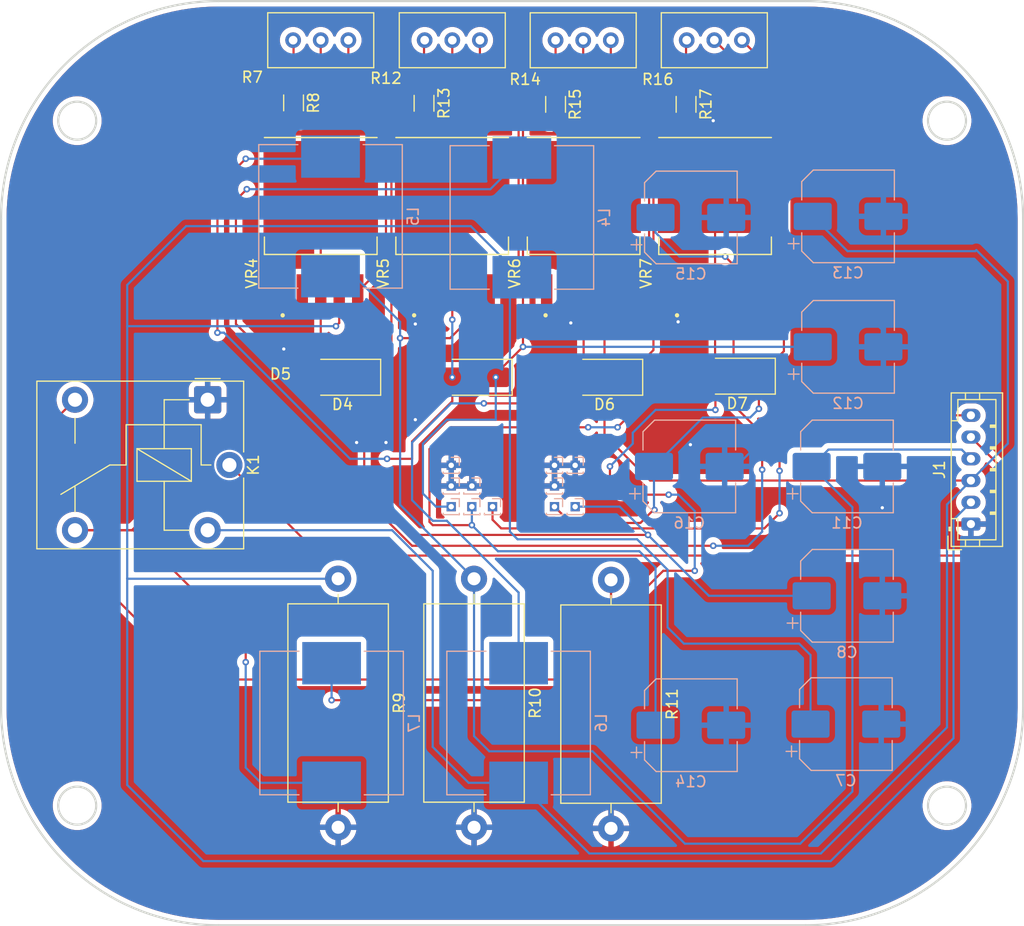
<source format=kicad_pcb>
(kicad_pcb (version 20241229) (generator "pcbnew") (generator_version "9.0")
  (layers (0 "F.Cu" signal) (2 "B.Cu" signal) (13 "F.Paste" user) (15 "B.Paste" user) (5 "F.SilkS" user "F.Silkscreen") (7 "B.SilkS" user "B.Silkscreen") (1 "F.Mask" user) (3 "B.Mask" user) (25 "Edge.Cuts" user))
  (net 0 "")
  (net 1 "GND")
  (net 2 "Net-(D4-A)")
  (net 3 "Net-(D5-A)")
  (net 4 "Net-(D6-A)")
  (net 5 "Net-(D7-A)")
  (net 6 "Net-(J1-Pin_5)")
  (net 7 "Net-(R7-b)")
  (net 8 "Net-(R7-c)")
  (net 9 "Net-(R12-c)")
  (net 10 "Net-(R12-b)")
  (net 11 "Net-(R14-c)")
  (net 12 "Net-(R14-b)")
  (net 13 "Net-(R16-b)")
  (net 14 "Net-(R16-c)")
  (net 19 "VCC_Anabaglianti")
  (net 20 "Vcc_Abaglianti")
  (net 21 "VCC_Freccia")
  (net 22 "VCC_Posizione")
  (net 23 "Vout_3")
  (net 24 "Vout_1")
  (net 25 "Vout_2")
  (net 26 "Vout_4")
  (net 27 "Vcc_Alzafari")
  (net 28 "Net-(K1-Pad14)")
  (footprint "Potentiometer_THT:Potentiometer_Bourns_3296W_Vertical" (layer "F.Cu") (at 174.14 50.995)
    (property "Reference" "R7" (at -8.84 3.405 0) (layer "F.SilkS"))
    (property "Value" "10K")
    (pad "1" thru_hole circle (at 0 0) (size 1.44 1.44) (drill 0.8) (layers "*.Cu" "*.Mask") (net 23 "Vout_3"))
    (pad "2" thru_hole circle (at -2.54 0) (size 1.44 1.44) (drill 0.8) (layers "*.Cu" "*.Mask") (net 7 "Net-(R7-b)"))
    (pad "3" thru_hole circle (at -5.08 0) (size 1.44 1.44) (drill 0.8) (layers "*.Cu" "*.Mask") (net 8 "Net-(R7-c)"))
  )
  (footprint "XL6009:DPAK170P1435X465-6N" (layer "F.Cu") (at 207.87 68 90)
    (property "Reference" "VR7" (at -4.445 -6.35 90) (layer "F.SilkS"))
    (property "Value" "XL6009")
    (pad "1" smd rect (at -6.13 -3.4 90) (size 3.21 1.05) (layers "F.Cu" "F.Mask" "F.Paste") (net 1 "GND"))
    (pad "2" smd rect (at -6.13 -1.7 90) (size 3.21 1.05) (layers "F.Cu" "F.Mask" "F.Paste"))
    (pad "3" smd rect (at -6.13 0 90) (size 3.21 1.05) (layers "F.Cu" "F.Mask" "F.Paste") (net 5 "Net-(D7-A)"))
    (pad "4" smd rect (at -6.13 1.7 90) (size 3.21 1.05) (layers "F.Cu" "F.Mask" "F.Paste") (net 22 "VCC_Posizione"))
    (pad "5" smd rect (at -6.13 3.4 90) (size 3.21 1.05) (layers "F.Cu" "F.Mask" "F.Paste") (net 13 "Net-(R16-b)"))
    (pad "6" smd rect (at 3.5 0 90) (size 8.46 10.53) (layers "F.Cu" "F.Mask") (net 5 "Net-(D7-A)"))
  )
  (footprint "Diode_SMD:D_SMA" (layer "F.Cu") (at 209.9 81.9 180)
    (property "Reference" "D7" (at 0 -2.5 0) (layer "F.SilkS"))
    (property "Value" "SS14")
    (pad "1" smd roundrect (at -2 0 180) (size 2.5 1.8) (layers "F.Cu" "F.Mask" "F.Paste") (roundrect_rratio 0.1388888889) (net 26 "Vout_4"))
    (pad "2" smd roundrect (at 2 0 180) (size 2.5 1.8) (layers "F.Cu" "F.Mask" "F.Paste") (roundrect_rratio 0.1388888889) (net 5 "Net-(D7-A)"))
  )
  (footprint "Resistor_SMD:R_1206_3216Metric" (layer "F.Cu") (at 169.1 56.7625 -90)
    (property "Reference" "R8" (at 0 -1.83 90) (layer "F.SilkS"))
    (property "Value" "330ohm")
    (pad "1" smd roundrect (at -1.4625 0 270) (size 1.125 1.75) (layers "F.Cu" "F.Mask" "F.Paste") (roundrect_rratio 0.222222) (net 8 "Net-(R7-c)"))
    (pad "2" smd roundrect (at 1.4625 0 270) (size 1.125 1.75) (layers "F.Cu" "F.Mask" "F.Paste") (roundrect_rratio 0.222222) (net 1 "GND"))
  )
  (footprint "Diode_SMD:D_SMA" (layer "F.Cu") (at 173.6 82 180)
    (property "Reference" "D4" (at 0 -2.5 0) (layer "F.SilkS"))
    (property "Value" "SS14")
    (pad "1" smd roundrect (at -2 0 180) (size 2.5 1.8) (layers "F.Cu" "F.Mask" "F.Paste") (roundrect_rratio 0.1388888889) (net 23 "Vout_3"))
    (pad "2" smd roundrect (at 2 0 180) (size 2.5 1.8) (layers "F.Cu" "F.Mask" "F.Paste") (roundrect_rratio 0.1388888889) (net 2 "Net-(D4-A)"))
  )
  (footprint "Relay_THT:Relay_SPDT_Finder_36.11" (layer "F.Cu") (at 161.2 84.0675 -90)
    (property "Reference" "K1" (at 6 -4.2 90) (layer "F.SilkS"))
    (property "Value" "Relay_SPDT")
    (pad "11" thru_hole circle (at 6 -2 270) (size 2.4 2.4) (drill 1.3) (layers "*.Cu" "*.Mask") (net 6 "Net-(J1-Pin_5)") (clearance 0.2))
    (pad "12" thru_hole circle (at 12 12.2 270) (size 2.4 2.4) (drill 1.3) (layers "*.Cu" "*.Mask") (net 22 "VCC_Posizione"))
    (pad "14" thru_hole circle (at 0 12.2 270) (size 2.4 2.4) (drill 1.3) (layers "*.Cu" "*.Mask") (net 28 "Net-(K1-Pad14)"))
    (pad "A1" thru_hole roundrect (at 0 0 270) (size 2.5 2.5) (drill 1.3) (layers "*.Cu" "*.Mask") (roundrect_rratio 0.1) (net 1 "GND"))
    (pad "A2" thru_hole circle (at 12 0 270) (size 2.4 2.4) (drill 1.3) (layers "*.Cu" "*.Mask") (net 21 "VCC_Freccia"))
  )
  (footprint "XL6009:DPAK170P1435X465-6N" (layer "F.Cu") (at 171.6 68 90)
    (property "Reference" "VR4" (at -4.445 -6.35 90) (layer "F.SilkS"))
    (property "Value" "XL6009")
    (pad "1" smd rect (at -6.13 -3.4 90) (size 3.21 1.05) (layers "F.Cu" "F.Mask" "F.Paste") (net 1 "GND"))
    (pad "2" smd rect (at -6.13 -1.7 90) (size 3.21 1.05) (layers "F.Cu" "F.Mask" "F.Paste"))
    (pad "3" smd rect (at -6.13 0 90) (size 3.21 1.05) (layers "F.Cu" "F.Mask" "F.Paste") (net 2 "Net-(D4-A)"))
    (pad "4" smd rect (at -6.13 1.7 90) (size 3.21 1.05) (layers "F.Cu" "F.Mask" "F.Paste") (net 19 "VCC_Anabaglianti"))
    (pad "5" smd rect (at -6.13 3.4 90) (size 3.21 1.05) (layers "F.Cu" "F.Mask" "F.Paste") (net 7 "Net-(R7-b)"))
    (pad "6" smd rect (at 3.5 0 90) (size 8.46 10.53) (layers "F.Cu" "F.Mask") (net 2 "Net-(D4-A)"))
  )
  (footprint "Potentiometer_THT:Potentiometer_Bourns_3296W_Vertical" (layer "F.Cu") (at 210.34 50.995)
    (property "Reference" "R16" (at -7.74 3.605 0) (layer "F.SilkS"))
    (property "Value" "10K")
    (pad "1" thru_hole circle (at 0 0) (size 1.44 1.44) (drill 0.8) (layers "*.Cu" "*.Mask") (net 26 "Vout_4"))
    (pad "2" thru_hole circle (at -2.54 0) (size 1.44 1.44) (drill 0.8) (layers "*.Cu" "*.Mask") (net 13 "Net-(R16-b)"))
    (pad "3" thru_hole circle (at -5.08 0) (size 1.44 1.44) (drill 0.8) (layers "*.Cu" "*.Mask") (net 14 "Net-(R16-c)"))
  )
  (footprint "Connector_JST:JST_PH_B6B-PH-K_1x06_P2.00mm_Vertical" (layer "F.Cu") (at 231.4 95.5 90)
    (property "Reference" "J1" (at 5 -2.9 90) (layer "F.SilkS"))
    (property "Value" "Conn_01x06_Pin")
    (pad "1" thru_hole roundrect (at 0 0 90) (size 1.2 1.75) (drill 0.75) (layers "*.Cu" "*.Mask") (roundrect_rratio 0.208333) (net 1 "GND"))
    (pad "2" thru_hole oval (at 2 0 90) (size 1.2 1.75) (drill 0.75) (layers "*.Cu" "*.Mask") (net 19 "VCC_Anabaglianti"))
    (pad "3" thru_hole oval (at 4 0 90) (size 1.2 1.75) (drill 0.75) (layers "*.Cu" "*.Mask") (net 21 "VCC_Freccia"))
    (pad "4" thru_hole oval (at 6 0 90) (size 1.2 1.75) (drill 0.75) (layers "*.Cu" "*.Mask") (net 20 "Vcc_Abaglianti"))
    (pad "5" thru_hole oval (at 8 0 90) (size 1.2 1.75) (drill 0.75) (layers "*.Cu" "*.Mask") (net 6 "Net-(J1-Pin_5)"))
    (pad "6" thru_hole oval (at 10 0 90) (size 1.2 1.75) (drill 0.75) (layers "*.Cu" "*.Mask") (net 27 "Vcc_Alzafari"))
  )
  (footprint "Resistor_THT:R_Axial_DIN0918_L18.0mm_D9.0mm_P22.86mm_Horizontal" (layer "F.Cu") (at 198.3 100.63 -90)
    (property "Reference" "R11" (at 11.43 -5.62 270) (layer "F.SilkS"))
    (property "Value" "39Ω")
    (pad "1" thru_hole circle (at 0 0 270) (size 2.4 2.4) (drill 1.2) (layers "*.Cu" "*.Mask") (net 28 "Net-(K1-Pad14)"))
    (pad "2" thru_hole oval (at 22.86 0 270) (size 2.4 2.4) (drill 1.2) (layers "*.Cu" "*.Mask") (net 1 "GND"))
  )
  (footprint "Resistor_SMD:R_1206_3216Metric" (layer "F.Cu") (at 193.2 56.9 -90)
    (property "Reference" "R15" (at 0 -1.8 90) (layer "F.SilkS"))
    (property "Value" "330ohm")
    (pad "1" smd roundrect (at -1.4625 0 270) (size 1.125 1.75) (layers "F.Cu" "F.Mask" "F.Paste") (roundrect_rratio 0.222222) (net 11 "Net-(R14-c)"))
    (pad "2" smd roundrect (at 1.4625 0 270) (size 1.125 1.75) (layers "F.Cu" "F.Mask" "F.Paste") (roundrect_rratio 0.222222) (net 1 "GND"))
  )
  (footprint "Potentiometer_THT:Potentiometer_Bourns_3296W_Vertical" (layer "F.Cu") (at 186.24 50.995)
    (property "Reference" "R12" (at -8.64 3.505 0) (layer "F.SilkS"))
    (property "Value" "10K")
    (pad "1" thru_hole circle (at 0 0) (size 1.44 1.44) (drill 0.8) (layers "*.Cu" "*.Mask") (net 24 "Vout_1"))
    (pad "2" thru_hole circle (at -2.54 0) (size 1.44 1.44) (drill 0.8) (layers "*.Cu" "*.Mask") (net 10 "Net-(R12-b)"))
    (pad "3" thru_hole circle (at -5.08 0) (size 1.44 1.44) (drill 0.8) (layers "*.Cu" "*.Mask") (net 9 "Net-(R12-c)"))
  )
  (footprint "Diode_SMD:D_SMA" (layer "F.Cu") (at 185.7 82 180)
    (property "Reference" "D5" (at 17.8 0.3 0) (layer "F.SilkS"))
    (property "Value" "SS14")
    (pad "1" smd roundrect (at -2 0 180) (size 2.5 1.8) (layers "F.Cu" "F.Mask" "F.Paste") (roundrect_rratio 0.1388888889) (net 24 "Vout_1"))
    (pad "2" smd roundrect (at 2 0 180) (size 2.5 1.8) (layers "F.Cu" "F.Mask" "F.Paste") (roundrect_rratio 0.1388888889) (net 3 "Net-(D5-A)"))
  )
  (footprint "Resistor_THT:R_Axial_DIN0918_L18.0mm_D9.0mm_P22.86mm_Horizontal" (layer "F.Cu") (at 173.2 100.53 -90)
    (property "Reference" "R9" (at 11.43 -5.62 270) (layer "F.SilkS"))
    (property "Value" "120Ω")
    (pad "1" thru_hole circle (at 0 0 270) (size 2.4 2.4) (drill 1.2) (layers "*.Cu" "*.Mask") (net 19 "VCC_Anabaglianti"))
    (pad "2" thru_hole oval (at 22.86 0 270) (size 2.4 2.4) (drill 1.2) (layers "*.Cu" "*.Mask") (net 1 "GND"))
  )
  (footprint "Diode_SMD:D_SMA" (layer "F.Cu") (at 197.7 82 180)
    (property "Reference" "D6" (at 0 -2.5 0) (layer "F.SilkS"))
    (property "Value" "SS14")
    (pad "1" smd roundrect (at -2 0 180) (size 2.5 1.8) (layers "F.Cu" "F.Mask" "F.Paste") (roundrect_rratio 0.1388888889) (net 25 "Vout_2"))
    (pad "2" smd roundrect (at 2 0 180) (size 2.5 1.8) (layers "F.Cu" "F.Mask" "F.Paste") (roundrect_rratio 0.1388888889) (net 4 "Net-(D6-A)"))
  )
  (footprint "Resistor_SMD:R_1206_3216Metric" (layer "F.Cu") (at 181.1 56.8 -90)
    (property "Reference" "R13" (at 0 -1.83 90) (layer "F.SilkS"))
    (property "Value" "330ohm")
    (pad "1" smd roundrect (at -1.4625 0 270) (size 1.125 1.75) (layers "F.Cu" "F.Mask" "F.Paste") (roundrect_rratio 0.222222) (net 9 "Net-(R12-c)"))
    (pad "2" smd roundrect (at 1.4625 0 270) (size 1.125 1.75) (layers "F.Cu" "F.Mask" "F.Paste") (roundrect_rratio 0.222222) (net 1 "GND"))
  )
  (footprint "Resistor_SMD:R_1206_3216Metric" (layer "F.Cu") (at 205.2 56.9 -90)
    (property "Reference" "R17" (at 0 -1.83 90) (layer "F.SilkS"))
    (property "Value" "330ohm")
    (pad "1" smd roundrect (at -1.4625 0 270) (size 1.125 1.75) (layers "F.Cu" "F.Mask" "F.Paste") (roundrect_rratio 0.222222) (net 14 "Net-(R16-c)"))
    (pad "2" smd roundrect (at 1.4625 0 270) (size 1.125 1.75) (layers "F.Cu" "F.Mask" "F.Paste") (roundrect_rratio 0.222222) (net 1 "GND"))
  )
  (footprint "XL6009:DPAK170P1435X465-6N" (layer "F.Cu") (at 195.78 68 90)
    (property "Reference" "VR6" (at -4.445 -6.35 90) (layer "F.SilkS"))
    (property "Value" "XL6009")
    (pad "1" smd rect (at -6.13 -3.4 90) (size 3.21 1.05) (layers "F.Cu" "F.Mask" "F.Paste") (net 1 "GND"))
    (pad "2" smd rect (at -6.13 -1.7 90) (size 3.21 1.05) (layers "F.Cu" "F.Mask" "F.Paste"))
    (pad "3" smd rect (at -6.13 0 90) (size 3.21 1.05) (layers "F.Cu" "F.Mask" "F.Paste") (net 4 "Net-(D6-A)"))
    (pad "4" smd rect (at -6.13 1.7 90) (size 3.21 1.05) (layers "F.Cu" "F.Mask" "F.Paste") (net 21 "VCC_Freccia"))
    (pad "5" smd rect (at -6.13 3.4 90) (size 3.21 1.05) (layers "F.Cu" "F.Mask" "F.Paste") (net 12 "Net-(R14-b)"))
    (pad "6" smd rect (at 3.5 0 90) (size 8.46 10.53) (layers "F.Cu" "F.Mask") (net 4 "Net-(D6-A)"))
  )
  (footprint "Potentiometer_THT:Potentiometer_Bourns_3296W_Vertical" (layer "F.Cu") (at 198.28 51)
    (property "Reference" "R14" (at -7.88 3.6 0) (layer "F.SilkS"))
    (property "Value" "10K")
    (pad "1" thru_hole circle (at 0 0) (size 1.44 1.44) (drill 0.8) (layers "*.Cu" "*.Mask") (net 25 "Vout_2"))
    (pad "2" thru_hole circle (at -2.54 0) (size 1.44 1.44) (drill 0.8) (layers "*.Cu" "*.Mask") (net 12 "Net-(R14-b)"))
    (pad "3" thru_hole circle (at -5.08 0) (size 1.44 1.44) (drill 0.8) (layers "*.Cu" "*.Mask") (net 11 "Net-(R14-c)"))
  )
  (footprint "Resistor_THT:R_Axial_DIN0918_L18.0mm_D9.0mm_P22.86mm_Horizontal" (layer "F.Cu") (at 185.7 100.53 -90)
    (property "Reference" "R10" (at 11.43 -5.62 270) (layer "F.SilkS"))
    (property "Value" "120Ω")
    (pad "1" thru_hole circle (at 0 0 270) (size 2.4 2.4) (drill 1.2) (layers "*.Cu" "*.Mask") (net 20 "Vcc_Abaglianti"))
    (pad "2" thru_hole oval (at 22.86 0 270) (size 2.4 2.4) (drill 1.2) (layers "*.Cu" "*.Mask") (net 1 "GND"))
  )
  (footprint "XL6009:DPAK170P1435X465-6N" (layer "F.Cu") (at 183.69 68 90)
    (property "Reference" "VR5" (at -4.445 -6.35 90) (layer "F.SilkS"))
    (property "Value" "XL6009")
    (pad "1" smd rect (at -6.13 -3.4 90) (size 3.21 1.05) (layers "F.Cu" "F.Mask" "F.Paste") (net 1 "GND"))
    (pad "2" smd rect (at -6.13 -1.7 90) (size 3.21 1.05) (layers "F.Cu" "F.Mask" "F.Paste"))
    (pad "3" smd rect (at -6.13 0 90) (size 3.21 1.05) (layers "F.Cu" "F.Mask" "F.Paste") (net 3 "Net-(D5-A)"))
    (pad "4" smd rect (at -6.13 1.7 90) (size 3.21 1.05) (layers "F.Cu" "F.Mask" "F.Paste") (net 20 "Vcc_Abaglianti"))
    (pad "5" smd rect (at -6.13 3.4 90) (size 3.21 1.05) (layers "F.Cu" "F.Mask" "F.Paste") (net 10 "Net-(R12-b)"))
    (pad "6" smd rect (at 3.5 0 90) (size 8.46 10.53) (layers "F.Cu" "F.Mask") (net 3 "Net-(D5-A)"))
  )
  (footprint "Mio:PinHeader_1x01_P1.00mm_Vertical_edit" (layer "B.Cu") (at 193.1 93.9 180)
    (property "Reference" "J5" (hide yes))
    (property "Value" "~")
    (pad "1" thru_hole rect (at 0 0 180) (size 0.85 0.85) (drill 0.5) (layers "*.Cu" "*.Mask") (net 26 "Vout_4"))
  )
  (footprint "Capacitor_SMD:CP_Elec_8x10" (layer "B.Cu") (at 205.6425 114)
    (property "Reference" "C14" (at 0 5.2 0) (layer "B.SilkS") (effects (justify mirror)))
    (property "Value" "100uF_50V")
    (pad "1" smd roundrect (at -3.25 0) (size 3.5 2.5) (layers "B.Cu" "B.Mask" "B.Paste") (roundrect_rratio 0.1) (net 25 "Vout_2"))
    (pad "2" smd roundrect (at 3.25 0) (size 3.5 2.5) (layers "B.Cu" "B.Mask" "B.Paste") (roundrect_rratio 0.1) (net 1 "GND"))
  )
  (footprint "Mio:PinHeader_1x01_P1.00mm_Vertical_edit" (layer "B.Cu") (at 183.6 93.9 180)
    (property "Reference" "J2" (hide yes))
    (property "Value" "~")
    (pad "1" thru_hole rect (at 0 0 180) (size 0.85 0.85) (drill 0.5) (layers "*.Cu" "*.Mask") (net 24 "Vout_1"))
  )
  (footprint "Inductor_SMD:L_Neosid_SM-NE127_HandSoldering" (layer "B.Cu") (at 172.6 113.8 90)
    (property "Reference" "L7" (at 0 7.6 90) (layer "B.SilkS") (effects (justify mirror)))
    (property "Value" "33UH")
    (pad "1" smd rect (at -5.5 0 90) (size 3.9 5.4) (layers "B.Cu" "B.Mask" "B.Paste") (net 22 "VCC_Posizione"))
    (pad "2" smd rect (at 5.5 0 90) (size 3.9 5.4) (layers "B.Cu" "B.Mask" "B.Paste") (net 5 "Net-(D7-A)"))
  )
  (footprint "Mio:PinHeader_1x01_P1.00mm_Vertical_edit" (layer "B.Cu") (at 183.6 90.1 180)
    (property "Reference" "J8" (hide yes))
    (property "Value" "~")
    (pad "1" thru_hole rect (at 0 0 180) (size 0.85 0.85) (drill 0.5) (layers "*.Cu" "*.Mask") (net 1 "GND"))
  )
  (footprint "Capacitor_SMD:CP_Elec_8x10" (layer "B.Cu") (at 220 102.1)
    (property "Reference" "C8" (at 0 5.2 0) (layer "B.SilkS") (effects (justify mirror)))
    (property "Value" "100uF_50V")
    (pad "1" smd roundrect (at -3.25 0) (size 3.5 2.5) (layers "B.Cu" "B.Mask" "B.Paste") (roundrect_rratio 0.1) (net 23 "Vout_3"))
    (pad "2" smd roundrect (at 3.25 0) (size 3.5 2.5) (layers "B.Cu" "B.Mask" "B.Paste") (roundrect_rratio 0.1) (net 1 "GND"))
  )
  (footprint "Capacitor_SMD:CP_Elec_8x10" (layer "B.Cu") (at 205.5 90.2)
    (property "Reference" "C16" (at 0 5.2 0) (layer "B.SilkS") (effects (justify mirror)))
    (property "Value" "100uF_50V")
    (pad "1" smd roundrect (at -3.25 0) (size 3.5 2.5) (layers "B.Cu" "B.Mask" "B.Paste") (roundrect_rratio 0.1) (net 26 "Vout_4"))
    (pad "2" smd roundrect (at 3.25 0) (size 3.5 2.5) (layers "B.Cu" "B.Mask" "B.Paste") (roundrect_rratio 0.1) (net 1 "GND"))
  )
  (footprint "Mio:PinHeader_1x01_P1.00mm_Vertical_edit" (layer "B.Cu") (at 185.5 92 180)
    (property "Reference" "J7" (hide yes))
    (property "Value" "~")
    (pad "1" thru_hole rect (at 0 0 180) (size 0.85 0.85) (drill 0.5) (layers "*.Cu" "*.Mask") (net 1 "GND"))
  )
  (footprint "Capacitor_SMD:CP_Elec_8x10" (layer "B.Cu") (at 220 90.2)
    (property "Reference" "C11" (at 0 5.2 0) (layer "B.SilkS") (effects (justify mirror)))
    (property "Value" "220uF_50V")
    (pad "1" smd roundrect (at -3.25 0) (size 3.5 2.5) (layers "B.Cu" "B.Mask" "B.Paste") (roundrect_rratio 0.1) (net 20 "Vcc_Abaglianti"))
    (pad "2" smd roundrect (at 3.25 0) (size 3.5 2.5) (layers "B.Cu" "B.Mask" "B.Paste") (roundrect_rratio 0.1) (net 1 "GND"))
  )
  (footprint "Capacitor_SMD:CP_Elec_8x10" (layer "B.Cu") (at 220.1 79.2)
    (property "Reference" "C12" (at 0 5.2 0) (layer "B.SilkS") (effects (justify mirror)))
    (property "Value" "100uF_50V")
    (pad "1" smd roundrect (at -3.25 0) (size 3.5 2.5) (layers "B.Cu" "B.Mask" "B.Paste") (roundrect_rratio 0.1) (net 24 "Vout_1"))
    (pad "2" smd roundrect (at 3.25 0) (size 3.5 2.5) (layers "B.Cu" "B.Mask" "B.Paste") (roundrect_rratio 0.1) (net 1 "GND"))
  )
  (footprint "Mio:PinHeader_1x01_P1.00mm_Vertical_edit" (layer "B.Cu") (at 195 90.1 180)
    (property "Reference" "J10" (hide yes))
    (property "Value" "~")
    (pad "1" thru_hole rect (at 0 0 180) (size 0.85 0.85) (drill 0.5) (layers "*.Cu" "*.Mask") (net 1 "GND"))
  )
  (footprint "Mio:PinHeader_1x01_P1.00mm_Vertical_edit" (layer "B.Cu") (at 185.5 93.9 180)
    (property "Reference" "J3" (hide yes))
    (property "Value" "~")
    (pad "1" thru_hole rect (at 0 0 180) (size 0.85 0.85) (drill 0.5) (layers "*.Cu" "*.Mask") (net 25 "Vout_2"))
  )
  (footprint "Capacitor_SMD:CP_Elec_8x10" (layer "B.Cu") (at 205.6425 67.3)
    (property "Reference" "C15" (at 0 5.2 0) (layer "B.SilkS") (effects (justify mirror)))
    (property "Value" "220uF_50V")
    (pad "1" smd roundrect (at -3.25 0) (size 3.5 2.5) (layers "B.Cu" "B.Mask" "B.Paste") (roundrect_rratio 0.1) (net 22 "VCC_Posizione"))
    (pad "2" smd roundrect (at 3.25 0) (size 3.5 2.5) (layers "B.Cu" "B.Mask" "B.Paste") (roundrect_rratio 0.1) (net 1 "GND"))
  )
  (footprint "Mio:PinHeader_1x01_P1.00mm_Vertical_edit" (layer "B.Cu") (at 195 93.9 180)
    (property "Reference" "J6" (hide yes))
    (property "Value" "~")
    (pad "1" thru_hole rect (at 0 0 180) (size 0.85 0.85) (drill 0.5) (layers "*.Cu" "*.Mask") (net 23 "Vout_3"))
  )
  (footprint "Mio:PinHeader_1x01_P1.00mm_Vertical_edit" (layer "B.Cu") (at 193.1 92 180)
    (property "Reference" "J12" (hide yes))
    (property "Value" "~")
    (pad "1" thru_hole rect (at 0 0 180) (size 0.85 0.85) (drill 0.5) (layers "*.Cu" "*.Mask") (net 1 "GND"))
  )
  (footprint "Capacitor_SMD:CP_Elec_8x10" (layer "B.Cu") (at 220.1 67.2)
    (property "Reference" "C13" (at 0 5.2 0) (layer "B.SilkS") (effects (justify mirror)))
    (property "Value" "220uF_50V")
    (pad "1" smd roundrect (at -3.25 0) (size 3.5 2.5) (layers "B.Cu" "B.Mask" "B.Paste") (roundrect_rratio 0.1) (net 21 "VCC_Freccia"))
    (pad "2" smd roundrect (at 3.25 0) (size 3.5 2.5) (layers "B.Cu" "B.Mask" "B.Paste") (roundrect_rratio 0.1) (net 1 "GND"))
  )
  (footprint "Inductor_SMD:L_Neosid_SM-NE127_HandSoldering" (layer "B.Cu") (at 189.8 113.8 90)
    (property "Reference" "L6" (at 0 7.6 90) (layer "B.SilkS") (effects (justify mirror)))
    (property "Value" "33UH")
    (pad "1" smd rect (at -5.5 0 90) (size 3.9 5.4) (layers "B.Cu" "B.Mask" "B.Paste") (net 21 "VCC_Freccia"))
    (pad "2" smd rect (at 5.5 0 90) (size 3.9 5.4) (layers "B.Cu" "B.Mask" "B.Paste") (net 4 "Net-(D6-A)"))
  )
  (footprint "Inductor_SMD:L_Neosid_SM-NE127_HandSoldering" (layer "B.Cu") (at 190.1 67.3 90)
    (property "Reference" "L4" (at 0 7.6 90) (layer "B.SilkS") (effects (justify mirror)))
    (property "Value" "33UH")
    (pad "1" smd rect (at -5.5 0 90) (size 3.9 5.4) (layers "B.Cu" "B.Mask" "B.Paste") (net 19 "VCC_Anabaglianti"))
    (pad "2" smd rect (at 5.5 0 90) (size 3.9 5.4) (layers "B.Cu" "B.Mask" "B.Paste") (net 2 "Net-(D4-A)"))
  )
  (footprint "Mio:PinHeader_1x01_P1.00mm_Vertical_edit" (layer "B.Cu") (at 187.4 93.9 180)
    (property "Reference" "J4" (hide yes))
    (property "Value" "~")
    (pad "1" thru_hole rect (at 0 0 180) (size 0.85 0.85) (drill 0.5) (layers "*.Cu" "*.Mask") (net 27 "Vcc_Alzafari"))
  )
  (footprint "Inductor_SMD:L_Neosid_SM-NE127_HandSoldering" (layer "B.Cu") (at 172.5 67.2 90)
    (property "Reference" "L5" (at 0 7.6 90) (layer "B.SilkS") (effects (justify mirror)))
    (property "Value" "33UH")
    (pad "1" smd rect (at -5.5 0 90) (size 3.9 5.4) (layers "B.Cu" "B.Mask" "B.Paste") (net 20 "Vcc_Abaglianti"))
    (pad "2" smd rect (at 5.5 0 90) (size 3.9 5.4) (layers "B.Cu" "B.Mask" "B.Paste") (net 3 "Net-(D5-A)"))
  )
  (footprint "Mio:PinHeader_1x01_P1.00mm_Vertical_edit" (layer "B.Cu") (at 193.1 90.1 180)
    (property "Reference" "J11" (hide yes))
    (property "Value" "~")
    (pad "1" thru_hole rect (at 0 0 180) (size 0.85 0.85) (drill 0.5) (layers "*.Cu" "*.Mask") (net 1 "GND"))
  )
  (footprint "Capacitor_SMD:CP_Elec_8x10" (layer "B.Cu") (at 219.9 113.9)
    (property "Reference" "C7" (at 0 5.2 0) (layer "B.SilkS") (effects (justify mirror)))
    (property "Value" "220uF_50V")
    (pad "1" smd roundrect (at -3.25 0) (size 3.5 2.5) (layers "B.Cu" "B.Mask" "B.Paste") (roundrect_rratio 0.1) (net 19 "VCC_Anabaglianti"))
    (pad "2" smd roundrect (at 3.25 0) (size 3.5 2.5) (layers "B.Cu" "B.Mask" "B.Paste") (roundrect_rratio 0.1) (net 1 "GND"))
  )
  (footprint "Mio:PinHeader_1x01_P1.00mm_Vertical_edit" (layer "B.Cu") (at 183.6 92 180)
    (property "Reference" "J9" (hide yes))
    (property "Value" "~")
    (pad "1" thru_hole rect (at 0 0 180) (size 0.85 0.85) (drill 0.5) (layers "*.Cu" "*.Mask") (net 1 "GND"))
  )
  (gr_circle (center 229.2 58.4) (end 229.2 56.65) (stroke (width 0.2)) (fill no) (layer "Edge.Cuts"))
  (gr_arc (start 162.2 132.4) (mid 148.057864 126.542136) (end 142.2 112.4) (stroke (width 0.2)) (layer "Edge.Cuts"))
  (gr_line (start 162.2 132.4) (end 216.2 132.4) (stroke (width 0.2)) (layer "Edge.Cuts"))
  (gr_line (start 216.2 47.4) (end 162.2 47.4) (stroke (width 0.2)) (layer "Edge.Cuts"))
  (gr_arc (start 142.2 67.4) (mid 148.057864 53.257864) (end 162.2 47.4) (stroke (width 0.2)) (layer "Edge.Cuts"))
  (gr_circle (center 149.2 58.4) (end 149.2 56.65) (stroke (width 0.2)) (fill no) (layer "Edge.Cuts"))
  (gr_line (start 142.2 67.4) (end 142.2 112.4) (stroke (width 0.2)) (layer "Edge.Cuts"))
  (gr_circle (center 149.2 121.4) (end 149.2 119.65) (stroke (width 0.2)) (fill no) (layer "Edge.Cuts"))
  (gr_arc (start 236.2 112.4) (mid 230.342136 126.542136) (end 216.2 132.4) (stroke (width 0.2)) (layer "Edge.Cuts"))
  (gr_arc (start 216.2 47.4) (mid 230.342136 53.257864) (end 236.2 67.4) (stroke (width 0.2)) (layer "Edge.Cuts"))
  (gr_line (start 236.2 112.4) (end 236.2 67.4) (stroke (width 0.2)) (layer "Edge.Cuts"))
  (gr_circle (center 229.2 121.4) (end 229.2 119.65) (stroke (width 0.2)) (fill no) (layer "Edge.Cuts"))
  (segment (start 177.6 88) (end 178.3 88) (width 0.2) (layer "F.Cu") (net 1))
  (segment (start 198.3 123.49) (end 185.8 123.49) (width 0.2) (layer "F.Cu") (net 1))
  (segment (start 192.38 74.13) (end 192.4 74.15) (width 0.2) (layer "F.Cu") (net 1))
  (segment (start 231.4 95.5) (end 224.75 95.5) (width 0.2) (layer "F.Cu") (net 1))
  (segment (start 204.47 78.47) (end 205.6 79.6) (width 0.2) (layer "F.Cu") (net 1))
  (segment (start 174.4 88) (end 170.4675 84.0675) (width 0.2) (layer "F.Cu") (net 1))
  (segment (start 192.4 74.15) (end 192.4 77) (width 0.2) (layer "F.Cu") (net 1))
  (segment (start 207.6625 58.3625) (end 205.2 58.3625) (width 0.2) (layer "F.Cu") (net 1))
  (segment (start 170.4675 84.0675) (end 161.2 84.0675) (width 0.2) (layer "F.Cu") (net 1))
  (segment (start 174.9 88) (end 174.4 88) (width 0.2) (layer "F.Cu") (net 1))
  (segment (start 168.2 79.4) (end 168.2 74.13) (width 0.2) (layer "F.Cu") (net 1))
  (segment (start 207.7 58.4) (end 207.6625 58.3625) (width 0.2) (layer "F.Cu") (net 1))
  (segment (start 204.47 76.9) (end 204.47 74.13) (width 0.2) (layer "F.Cu") (net 1))
  (segment (start 185.8 123.49) (end 185.7 123.39) (width 0.2) (layer "F.Cu") (net 1))
  (segment (start 192.4 77) (end 194.6 77) (width 0.2) (layer "F.Cu") (net 1))
  (segment (start 224.75 95.5) (end 223.25 94) (width 0.2) (layer "F.Cu") (net 1))
  (segment (start 205.6 79.6) (end 205.6 88.2) (width 0.2) (layer "F.Cu") (net 1))
  (segment (start 204.47 76.9) (end 204.47 78.47) (width 0.2) (layer "F.Cu") (net 1))
  (segment (start 180.3 86) (end 180.3 85.9) (width 0.2) (layer "F.Cu") (net 1))
  (segment (start 180.29 74.13) (end 180.29 77.09) (width 0.2) (layer "F.Cu") (net 1))
  (segment (start 180.29 77.09) (end 180.3 77.1) (width 0.2) (layer "F.Cu") (net 1))
  (segment (start 178.3 88) (end 180.3 86) (width 0.2) (layer "F.Cu") (net 1))
  (via (at 223.25 94) (size 0.6) (drill 0.3) (layers "F.Cu" "B.Cu") (net 1))
  (via (at 204.47 76.9) (size 0.6) (drill 0.3) (layers "F.Cu" "B.Cu") (net 1))
  (via (at 177.6 88) (size 0.6) (drill 0.3) (layers "F.Cu" "B.Cu") (net 1))
  (via (at 180.3 85.9) (size 0.6) (drill 0.3) (layers "F.Cu" "B.Cu") (net 1))
  (via (at 207.7 58.4) (size 0.6) (drill 0.3) (layers "F.Cu" "B.Cu") (net 1))
  (via (at 174.9 88) (size 0.6) (drill 0.3) (layers "F.Cu" "B.Cu") (net 1))
  (via (at 180.3 77.1) (size 0.6) (drill 0.3) (layers "F.Cu" "B.Cu") (net 1))
  (via (at 205.6 88.2) (size 0.6) (drill 0.3) (layers "F.Cu" "B.Cu") (net 1))
  (via (at 168.2 79.4) (size 0.6) (drill 0.3) (layers "F.Cu" "B.Cu") (net 1))
  (via (at 194.6 77) (size 0.6) (drill 0.3) (layers "F.Cu" "B.Cu") (net 1))
  (segment (start 223.25 95.5) (end 223.25 102.1) (width 0.2) (layer "B.Cu") (net 1))
  (segment (start 223.15 113.9) (end 223.15 102.2) (width 0.2) (layer "B.Cu") (net 1))
  (segment (start 205.9 90.2) (end 205.5 89.8) (width 0.2) (layer "B.Cu") (net 1))
  (segment (start 176.7 86) (end 177.6 86.9) (width 0.2) (layer "B.Cu") (net 1))
  (segment (start 208.75 90.2) (end 205.9 90.2) (width 0.2) (layer "B.Cu") (net 1))
  (segment (start 174.8 86) (end 176.7 86) (width 0.2) (layer "B.Cu") (net 1))
  (segment (start 222.5 76.9) (end 223.35 77.75) (width 0.2) (layer "B.Cu") (net 1))
  (segment (start 177.6 86.9) (end 177.6 88) (width 0.2) (layer "B.Cu") (net 1))
  (segment (start 208.3 58.4) (end 208.8925 58.9925) (width 0.2) (layer "B.Cu") (net 1))
  (segment (start 168.2 79.4) (end 174.8 86) (width 0.2) (layer "B.Cu") (net 1))
  (segment (start 223.35 59.95) (end 223.35 67.2) (width 0.2) (layer "B.Cu") (net 1))
  (segment (start 194.6 77) (end 204.37 77) (width 0.2) (layer "B.Cu") (net 1))
  (segment (start 208.75 90.2) (end 209.8 90.2) (width 0.2) (layer "B.Cu") (net 1))
  (segment (start 209.8 90.2) (end 220.8 79.2) (width 0.2) (layer "B.Cu") (net 1))
  (segment (start 221.8 58.4) (end 223.35 59.95) (width 0.2) (layer "B.Cu") (net 1))
  (segment (start 223.35 77.75) (end 223.35 79.2) (width 0.2) (layer "B.Cu") (net 1))
  (segment (start 180.3 85.9) (end 180.3 77.1) (width 0.2) (layer "B.Cu") (net 1))
  (segment (start 223.25 94) (end 223.25 95.5) (width 0.2) (layer "B.Cu") (net 1))
  (segment (start 205.5 88.3) (end 205.6 88.2) (width 0.2) (layer "B.Cu") (net 1))
  (segment (start 220.8 79.2) (end 223.35 79.2) (width 0.2) (layer "B.Cu") (net 1))
  (segment (start 208.8925 58.9925) (end 208.8925 67.3) (width 0.2) (layer "B.Cu") (net 1))
  (segment (start 205.5 89.8) (end 205.5 88.3) (width 0.2) (layer "B.Cu") (net 1))
  (segment (start 223.15 102.2) (end 223.25 102.1) (width 0.2) (layer "B.Cu") (net 1))
  (segment (start 207.7 58.4) (end 208.3 58.4) (width 0.2) (layer "B.Cu") (net 1))
  (segment (start 207.7 58.4) (end 221.8 58.4) (width 0.2) (layer "B.Cu") (net 1))
  (segment (start 223.25 90.2) (end 223.25 95.5) (width 0.2) (layer "B.Cu") (net 1))
  (segment (start 204.47 76.9) (end 222.5 76.9) (width 0.2) (layer "B.Cu") (net 1))
  (segment (start 177.6 88) (end 174.9 88) (width 0.2) (layer "B.Cu") (net 1))
  (segment (start 204.37 77) (end 204.47 76.9) (width 0.2) (layer "B.Cu") (net 1))
  (segment (start 164.8 64.7) (end 163.8 65.7) (width 0.2) (layer "F.Cu") (net 2))
  (segment (start 171.6 82) (end 171.6 74.13) (width 0.2) (layer "F.Cu") (net 2))
  (segment (start 163.8 77.1) (end 168.7 82) (width 0.2) (layer "F.Cu") (net 2))
  (segment (start 171.6 74.13) (end 171.6 64.5) (width 0.2) (layer "F.Cu") (net 2))
  (segment (start 168.7 82) (end 171.6 82) (width 0.2) (layer "F.Cu") (net 2))
  (segment (start 163.8 65.7) (end 163.8 77.1) (width 0.2) (layer "F.Cu") (net 2))
  (via (at 164.8 64.7) (size 0.6) (drill 0.3) (layers "F.Cu" "B.Cu") (net 2))
  (segment (start 164.8 64.7) (end 187.2 64.7) (width 0.2) (layer "B.Cu") (net 2))
  (segment (start 187.2 64.7) (end 190.1 61.8) (width 0.2) (layer "B.Cu") (net 2))
  (segment (start 162.1 77.9) (end 162.2 77.9) (width 0.2) (layer "F.Cu") (net 3))
  (segment (start 183.7 74.14) (end 183.7 76.7) (width 0.2) (layer "F.Cu") (net 3))
  (segment (start 180 87.9) (end 183.7 84.2) (width 0.2) (layer "F.Cu") (net 3))
  (segment (start 162.1 77.8) (end 162.1 64.5) (width 0.2) (layer "F.Cu") (net 3))
  (segment (start 177.7 89.5) (end 180 89.5) (width 0.2) (layer "F.Cu") (net 3))
  (segment (start 162.2 77.9) (end 162.1 77.8) (width 0.2) (layer "F.Cu") (net 3))
  (segment (start 180 89.5) (end 180 87.9) (width 0.2) (layer "F.Cu") (net 3))
  (segment (start 162.1 64.5) (end 164.7 61.9) (width 0.2) (layer "F.Cu") (net 3))
  (segment (start 183.69 74.13) (end 183.69 64.5) (width 0.2) (layer "F.Cu") (net 3))
  (segment (start 183.7 84.2) (end 183.7 82) (width 0.2) (layer "F.Cu") (net 3))
  (segment (start 183.69 74.13) (end 183.7 74.14) (width 0.2) (layer "F.Cu") (net 3))
  (via (at 183.7 76.7) (size 0.6) (drill 0.3) (layers "F.Cu" "B.Cu") (net 3))
  (via (at 183.7 82) (size 0.6) (drill 0.3) (layers "F.Cu" "B.Cu") (net 3))
  (via (at 164.7 61.9) (size 0.6) (drill 0.3) (layers "F.Cu" "B.Cu") (net 3))
  (via (at 162.1 77.9) (size 0.6) (drill 0.3) (layers "F.Cu" "B.Cu") (net 3))
  (via (at 177.7 89.5) (size 0.6) (drill 0.3) (layers "F.Cu" "B.Cu") (net 3))
  (segment (start 183.7 76.7) (end 183.7 82) (width 0.2) (layer "B.Cu") (net 3))
  (segment (start 174.3 89.5) (end 177.7 89.5) (width 0.2) (layer "B.Cu") (net 3))
  (segment (start 164.7 61.9) (end 172.3 61.9) (width 0.2) (layer "B.Cu") (net 3))
  (segment (start 162.1 77.9) (end 162.7 77.9) (width 0.2) (layer "B.Cu") (net 3))
  (segment (start 172.3 61.9) (end 172.5 61.7) (width 0.2) (layer "B.Cu") (net 3))
  (segment (start 162.7 77.9) (end 174.3 89.5) (width 0.2) (layer "B.Cu") (net 3))
  (segment (start 194.9 84.4) (end 195.7 83.6) (width 0.2) (layer "F.Cu") (net 4))
  (segment (start 195.78 74.13) (end 195.78 81.92) (width 0.2) (layer "F.Cu") (net 4))
  (segment (start 195.7 83.6) (end 195.7 82) (width 0.2) (layer "F.Cu") (net 4))
  (segment (start 195.78 74.13) (end 195.78 64.5) (width 0.2) (layer "F.Cu") (net 4))
  (segment (start 186.6 84.4) (end 194.9 84.4) (width 0.2) (layer "F.Cu") (net 4))
  (segment (start 195.78 81.92) (end 195.7 82) (width 0.2) (layer "F.Cu") (net 4))
  (via (at 186.6 84.4) (size 0.6) (drill 0.3) (layers "F.Cu" "B.Cu") (net 4))
  (segment (start 181.9 95.2) (end 180 93.3) (width 0.2) (layer "B.Cu") (net 4))
  (segment (start 189.8 101.8) (end 183.2 95.2) (width 0.2) (layer "B.Cu") (net 4))
  (segment (start 180 88) (end 183.6 84.4) (width 0.2) (layer "B.Cu") (net 4))
  (segment (start 180 93.3) (end 180 88) (width 0.2) (layer "B.Cu") (net 4))
  (segment (start 183.2 95.2) (end 181.9 95.2) (width 0.2) (layer "B.Cu") (net 4))
  (segment (start 183.6 84.4) (end 186.6 84.4) (width 0.2) (layer "B.Cu") (net 4))
  (segment (start 189.8 108.3) (end 189.8 101.8) (width 0.2) (layer "B.Cu") (net 4))
  (segment (start 200.3 107) (end 200.3 102.6) (width 0.2) (layer "F.Cu") (net 5))
  (segment (start 207.9 85) (end 207.9 81.9) (width 0.2) (layer "F.Cu") (net 5))
  (segment (start 198.2 91.8) (end 198.2 90.2) (width 0.2) (layer "F.Cu") (net 5))
  (segment (start 195.6 111.7) (end 200.3 107) (width 0.2) (layer "F.Cu") (net 5))
  (segment (start 200.3 102.6) (end 203.1 99.8) (width 0.2) (layer "F.Cu") (net 5))
  (segment (start 199.2 92.8) (end 198.2 91.8) (width 0.2) (layer "F.Cu") (net 5))
  (segment (start 207.87 81.87) (end 207.9 81.9) (width 0.2) (layer "F.Cu") (net 5))
  (segment (start 172.6 111.7) (end 195.6 111.7) (width 0.2) (layer "F.Cu") (net 5))
  (segment (start 203.1 99.8) (end 206 99.8) (width 0.2) (layer "F.Cu") (net 5))
  (segment (start 207.87 74.13) (end 207.87 81.87) (width 0.2) (layer "F.Cu") (net 5))
  (segment (start 203.6 92.8) (end 199.2 92.8) (width 0.2) (layer "F.Cu") (net 5))
  (segment (start 207.87 74.13) (end 207.87 64.5) (width 0.2) (layer "F.Cu") (net 5))
  (via (at 172.6 111.7) (size 0.6) (drill 0.3) (layers "F.Cu" "B.Cu") (net 5))
  (via (at 198.2 90.2) (size 0.6) (drill 0.3) (layers "F.Cu" "B.Cu") (net 5))
  (via (at 206 99.8) (size 0.6) (drill 0.3) (layers "F.Cu" "B.Cu") (net 5))
  (via (at 203.6 92.8) (size 0.6) (drill 0.3) (layers "F.Cu" "B.Cu") (net 5))
  (via (at 207.9 85) (size 0.6) (drill 0.3) (layers "F.Cu" "B.Cu") (net 5))
  (segment (start 200.3 87.1) (end 202.4 85) (width 0.2) (layer "B.Cu") (net 5))
  (segment (start 206 99.8) (end 206 94.3) (width 0.2) (layer "B.Cu") (net 5))
  (segment (start 206 94.3) (end 204.5 92.8) (width 0.2) (layer "B.Cu") (net 5))
  (segment (start 198.2 90.2) (end 200.3 88.1) (width 0.2) (layer "B.Cu") (net 5))
  (segment (start 204.5 92.8) (end 203.6 92.8) (width 0.2) (layer "B.Cu") (net 5))
  (segment (start 202.4 85) (end 207.9 85) (width 0.2) (layer "B.Cu") (net 5))
  (segment (start 172.6 111.7) (end 172.6 108.3) (width 0.2) (layer "B.Cu") (net 5))
  (segment (start 200.3 88.1) (end 200.3 87.1) (width 0.2) (layer "B.Cu") (net 5))
  (segment (start 234.1 97.3) (end 233 98.4) (width 0.2) (layer "F.Cu") (net 6))
  (segment (start 231.4 87.5) (end 234.1 90.2) (width 0.2) (layer "F.Cu") (net 6))
  (segment (start 171.5325 98.4) (end 163.2 90.0675) (width 0.2) (layer "F.Cu") (net 6))
  (segment (start 234.1 90.2) (end 234.1 97.3) (width 0.2) (layer "F.Cu") (net 6))
  (segment (start 233 98.4) (end 171.5325 98.4) (width 0.2) (layer "F.Cu") (net 6))
  (segment (start 171.6 52.3) (end 171.6 50.995) (width 0.2) (layer "F.Cu") (net 7))
  (segment (start 177.6 58.3) (end 171.6 52.3) (width 0.2) (layer "F.Cu") (net 7))
  (segment (start 175 74.13) (end 177.6 71.53) (width 0.2) (layer "F.Cu") (net 7))
  (segment (start 177.6 71.53) (end 177.6 58.3) (width 0.2) (layer "F.Cu") (net 7))
  (segment (start 169.1 55.3) (end 169.1 51.035) (width 0.2) (layer "F.Cu") (net 8))
  (segment (start 169.1 51.035) (end 169.06 50.995) (width 0.2) (layer "F.Cu") (net 8))
  (segment (start 181.1 51.055) (end 181.16 50.995) (width 0.2) (layer "F.Cu") (net 9))
  (segment (start 181.1 55.3375) (end 181.1 51.055) (width 0.2) (layer "F.Cu") (net 9))
  (segment (start 189.8 58.5) (end 183.7 52.4) (width 0.2) (layer "F.Cu") (net 10))
  (segment (start 189.8 71.42) (end 189.8 58.5) (width 0.2) (layer "F.Cu") (net 10))
  (segment (start 183.7 52.4) (end 183.7 50.995) (width 0.2) (layer "F.Cu") (net 10))
  (segment (start 187.09 74.13) (end 189.8 71.42) (width 0.2) (layer "F.Cu") (net 10))
  (segment (start 193.2 55.4375) (end 193.2 51) (width 0.2) (layer "F.Cu") (net 11))
  (segment (start 201.8 71.51) (end 201.8 58.7) (width 0.2) (layer "F.Cu") (net 12))
  (segment (start 195.74 52.64) (end 195.74 51) (width 0.2) (layer "F.Cu") (net 12))
  (segment (start 201.8 58.7) (end 195.74 52.64) (width 0.2) (layer "F.Cu") (net 12))
  (segment (start 199.18 74.13) (end 201.8 71.51) (width 0.2) (layer "F.Cu") (net 12))
  (segment (start 213.7 56.895) (end 207.8 50.995) (width 0.2) (layer "F.Cu") (net 13))
  (segment (start 213.7 71.7) (end 213.7 56.895) (width 0.2) (layer "F.Cu") (net 13))
  (segment (start 211.27 74.13) (end 213.7 71.7) (width 0.2) (layer "F.Cu") (net 13))
  (segment (start 205.2 55.4375) (end 205.2 51.055) (width 0.2) (layer "F.Cu") (net 14))
  (segment (start 205.2 51.055) (end 205.26 50.995) (width 0.2) (layer "F.Cu") (net 14))
  (segment (start 173.3 77) (end 173 77.3) (width 0.2) (layer "F.Cu") (net 19))
  (segment (start 173.3 74.13) (end 173.3 77) (width 0.2) (layer "F.Cu") (net 19))
  (via (at 173 77.3) (size 0.6) (drill 0.3) (layers "F.Cu" "B.Cu") (net 19))
  (segment (start 231.4 93.5) (end 229.8 95.1) (width 0.2) (layer "B.Cu") (net 19))
  (segment (start 153.8 77.3) (end 153.8 73.512755) (width 0.2) (layer "B.Cu") (net 19))
  (segment (start 173 77.3) (end 153.8 77.3) (width 0.2) (layer "B.Cu") (net 19))
  (segment (start 160.8 126.5) (end 153.8 119.5) (width 0.2) (layer "B.Cu") (net 19))
  (segment (start 173.2 100.53) (end 153.83 100.53) (width 0.2) (layer "B.Cu") (net 19))
  (segment (start 200.7 96.9) (end 203.5 99.7) (width 0.2) (layer "B.Cu") (net 19))
  (segment (start 216.65 107.55) (end 216.65 113.9) (width 0.2) (layer "B.Cu") (net 19))
  (segment (start 189 96.2) (end 189.7 96.9) (width 0.2) (layer "B.Cu") (net 19))
  (segment (start 189 73.9) (end 189 96.2) (width 0.2) (layer "B.Cu") (net 19))
  (segment (start 229.8 95.1) (end 229.8 115.2) (width 0.2) (layer "B.Cu") (net 19))
  (segment (start 215.6 106.5) (end 216.65 107.55) (width 0.2) (layer "B.Cu") (net 19))
  (segment (start 189.7 96.9) (end 200.7 96.9) (width 0.2) (layer "B.Cu") (net 19))
  (segment (start 203.5 99.7) (end 203.5 105) (width 0.2) (layer "B.Cu") (net 19))
  (segment (start 189 73.9) (end 190.1 72.8) (width 0.2) (layer "B.Cu") (net 19))
  (segment (start 218.5 126.5) (end 160.8 126.5) (width 0.2) (layer "B.Cu") (net 19))
  (segment (start 190.1 72.8) (end 185.4 68.1) (width 0.2) (layer "B.Cu") (net 19))
  (segment (start 229.8 115.2) (end 218.5 126.5) (width 0.2) (layer "B.Cu") (net 19))
  (segment (start 153.8 119.5) (end 153.8 100.5) (width 0.2) (layer "B.Cu") (net 19))
  (segment (start 203.5 105) (end 205 106.5) (width 0.2) (layer "B.Cu") (net 19))
  (segment (start 153.83 100.53) (end 153.8 100.5) (width 0.2) (layer "B.Cu") (net 19))
  (segment (start 153.8 100.5) (end 153.8 77.3) (width 0.2) (layer "B.Cu") (net 19))
  (segment (start 205 106.5) (end 215.6 106.5) (width 0.2) (layer "B.Cu") (net 19))
  (segment (start 185.4 68.1) (end 159.212755 68.1) (width 0.2) (layer "B.Cu") (net 19))
  (segment (start 153.8 73.512755) (end 159.212755 68.1) (width 0.2) (layer "B.Cu") (net 19))
  (segment (start 183.5 78.4) (end 185.39 76.51) (width 0.2) (layer "F.Cu") (net 20))
  (segment (start 185.39 76.51) (end 185.39 74.13) (width 0.2) (layer "F.Cu") (net 20))
  (segment (start 178.9 78.4) (end 183.5 78.4) (width 0.2) (layer "F.Cu") (net 20))
  (via (at 178.9 78.4) (size 0.6) (drill 0.3) (layers "F.Cu" "B.Cu") (net 20))
  (segment (start 196.6 116.4) (end 187.1 116.4) (width 0.2) (layer "B.Cu") (net 20))
  (segment (start 187.1 116.4) (end 185.7 115) (width 0.2) (layer "B.Cu") (net 20))
  (segment (start 185.7 115) (end 185.7 100.53) (width 0.2) (layer "B.Cu") (net 20))
  (segment (start 216.75 90.2) (end 220.5 93.95) (width 0.2) (layer "B.Cu") (net 20))
  (segment (start 218.301 88.649) (end 216.75 90.2) (width 0.2) (layer "B.Cu") (net 20))
  (segment (start 174.7 72.7) (end 172.5 72.7) (width 0.2) (layer "B.Cu") (net 20))
  (segment (start 178.9 93.73) (end 185.7 100.53) (width 0.2) (layer "B.Cu") (net 20))
  (segment (start 205.1 124.9) (end 196.6 116.4) (width 0.2) (layer "B.Cu") (net 20))
  (segment (start 178.9 78.4) (end 178.9 76.9) (width 0.2) (layer "B.Cu") (net 20))
  (segment (start 230.549 88.649) (end 218.301 88.649) (width 0.2) (layer "B.Cu") (net 20))
  (segment (start 178.9 78.4) (end 178.9 93.73) (width 0.2) (layer "B.Cu") (net 20))
  (segment (start 220.5 120.1) (end 215.7 124.9) (width 0.2) (layer "B.Cu") (net 20))
  (segment (start 220.5 93.95) (end 220.5 120.1) (width 0.2) (layer "B.Cu") (net 20))
  (segment (start 215.7 124.9) (end 205.1 124.9) (width 0.2) (layer "B.Cu") (net 20))
  (segment (start 231.4 89.5) (end 230.549 88.649) (width 0.2) (layer "B.Cu") (net 20))
  (segment (start 178.9 76.9) (end 174.7 72.7) (width 0.2) (layer "B.Cu") (net 20))
  (segment (start 197.48 74.13) (end 197.7 74.35) (width 0.2) (layer "F.Cu") (net 21))
  (segment (start 201.9 91.5) (end 231.4 91.5) (width 0.2) (layer "F.Cu") (net 21))
  (segment (start 197.7 87.3) (end 201.9 91.5) (width 0.2) (layer "F.Cu") (net 21))
  (segment (start 197.7 74.35) (end 197.7 87.3) (width 0.2) (layer "F.Cu") (net 21))
  (segment (start 231.8 70.4) (end 220.05 70.4) (width 0.2) (layer "B.Cu") (net 21))
  (segment (start 229.2 114.2) (end 217.6 125.8) (width 0.2) (layer "B.Cu") (net 21))
  (segment (start 178.1675 96.0675) (end 161.2 96.0675) (width 0.2) (layer "B.Cu") (net 21))
  (segment (start 231.9 70.3) (end 231.8 70.4) (width 0.2) (layer "B.Cu") (net 21))
  (segment (start 220.05 70.4) (end 216.85 67.2) (width 0.2) (layer "B.Cu") (net 21))
  (segment (start 234.8 88.1) (end 234.8 73.2) (width 0.2) (layer "B.Cu") (net 21))
  (segment (start 231.4 91.5) (end 234.8 88.1) (width 0.2) (layer "B.Cu") (net 21))
  (segment (start 231.4 91.5) (end 229.2 93.7) (width 0.2) (layer "B.Cu") (net 21))
  (segment (start 229.2 93.7) (end 229.2 114.2) (width 0.2) (layer "B.Cu") (net 21))
  (segment (start 217.6 125.8) (end 196.3 125.8) (width 0.2) (layer "B.Cu") (net 21))
  (segment (start 185.2 119.3) (end 181.9 116) (width 0.2) (layer "B.Cu") (net 21))
  (segment (start 234.8 73.2) (end 231.9 70.3) (width 0.2) (layer "B.Cu") (net 21))
  (segment (start 189.8 119.3) (end 185.2 119.3) (width 0.2) (layer "B.Cu") (net 21))
  (segment (start 181.9 116) (end 181.9 99.8) (width 0.2) (layer "B.Cu") (net 21))
  (segment (start 181.9 99.8) (end 178.1675 96.0675) (width 0.2) (layer "B.Cu") (net 21))
  (segment (start 196.3 125.8) (end 189.8 119.3) (width 0.2) (layer "B.Cu") (net 21))
  (segment (start 154.3675 96.0675) (end 164.7 106.4) (width 0.2) (layer "F.Cu") (net 22))
  (segment (start 149 96.0675) (end 154.3675 96.0675) (width 0.2) (layer "F.Cu") (net 22))
  (segment (start 180 97.5) (end 170.6 88.1) (width 0.2) (layer "F.Cu") (net 22))
  (segment (start 207.7 97.5) (end 180 97.5) (width 0.2) (layer "F.Cu") (net 22))
  (segment (start 162.2 88.1) (end 154.2325 96.0675) (width 0.2) (layer "F.Cu") (net 22))
  (segment (start 212.2 87.2) (end 212.2 90.5) (width 0.2) (layer "F.Cu") (net 22))
  (segment (start 154.2325 96.0675) (end 149 96.0675) (width 0.2) (layer "F.Cu") (net 22))
  (segment (start 170.6 88.1) (end 162.2 88.1) (width 0.2) (layer "F.Cu") (net 22))
  (segment (start 209.57 71.67) (end 209.57 74.13) (width 0.2) (layer "F.Cu") (net 22))
  (segment (start 208.8 70.9) (end 209.57 71.67) (width 0.2) (layer "F.Cu") (net 22))
  (segment (start 209.57 84.57) (end 212.2 87.2) (width 0.2) (layer "F.Cu") (net 22))
  (segment (start 209.57 74.13) (end 209.57 84.57) (width 0.2) (layer "F.Cu") (net 22))
  (segment (start 164.7 106.4) (end 164.7 108.2) (width 0.2) (layer "F.Cu") (net 22))
  (via blind (at 212.2 90.5) (size 0.6) (drill 0.3) (layers "F.Cu" "B.Cu") (net 22))
  (via blind (at 207.7 97.5) (size 0.6) (drill 0.3) (layers "F.Cu" "B.Cu") (net 22))
  (via blind (at 164.7 108.2) (size 0.6) (drill 0.3) (layers "F.Cu" "B.Cu") (net 22))
  (via blind (at 208.8 70.9) (size 0.6) (drill 0.3) (layers "F.Cu" "B.Cu") (net 22))
  (segment (start 202.3925 68.6925) (end 204.6 70.9) (width 0.2) (layer "B.Cu") (net 22))
  (segment (start 210.9 97.5) (end 207.7 97.5) (width 0.2) (layer "B.Cu") (net 22))
  (segment (start 202.3925 67.3) (end 202.3925 68.6925) (width 0.2) (layer "B.Cu") (net 22))
  (segment (start 166.1 119.3) (end 172.6 119.3) (width 0.2) (layer "B.Cu") (net 22))
  (segment (start 212.2 90.5) (end 212.2 96.2) (width 0.2) (layer "B.Cu") (net 22))
  (segment (start 164.7 117.9) (end 166.1 119.3) (width 0.2) (layer "B.Cu") (net 22))
  (segment (start 164.7 108.2) (end 164.7 117.9) (width 0.2) (layer "B.Cu") (net 22))
  (segment (start 212.2 96.2) (end 210.9 97.5) (width 0.2) (layer "B.Cu") (net 22))
  (segment (start 204.6 70.9) (end 208.8 70.9) (width 0.2) (layer "B.Cu") (net 22))
  (segment (start 175.6 82) (end 178.1 79.5) (width 0.2) (layer "F.Cu") (net 23))
  (segment (start 180.4 96.5) (end 175.6 91.7) (width 0.2) (layer "F.Cu") (net 23))
  (segment (start 174.14 53.44) (end 174.14 50.995) (width 0.2) (layer "F.Cu") (net 23))
  (segment (start 178.1 57.4) (end 174.14 53.44) (width 0.2) (layer "F.Cu") (net 23))
  (segment (start 175.6 91.7) (end 175.6 82) (width 0.2) (layer "F.Cu") (net 23))
  (segment (start 201.7 96.5) (end 180.4 96.5) (width 0.2) (layer "F.Cu") (net 23))
  (segment (start 178.1 79.5) (end 178.1 57.4) (width 0.2) (layer "F.Cu") (net 23))
  (via (at 201.7 96.5) (size 0.6) (drill 0.3) (layers "F.Cu" "B.Cu") (net 23))
  (segment (start 201.7 96.5) (end 199.1 93.9) (width 0.2) (layer "B.Cu") (net 23))
  (segment (start 199.1 93.9) (end 195 93.9) (width 0.2) (layer "B.Cu") (net 23))
  (segment (start 207.3 102.1) (end 216.75 102.1) (width 0.2) (layer "B.Cu") (net 23))
  (segment (start 201.7 96.5) (end 207.3 102.1) (width 0.2) (layer "B.Cu") (net 23))
  (segment (start 187.7 81.701) (end 190.201 79.2) (width 0.2) (layer "F.Cu") (net 24))
  (segment (start 186.24 53.44) (end 186.24 50.995) (width 0.2) (layer "F.Cu") (net 24))
  (segment (start 187.7 82) (end 187.7 81.701) (width 0.2) (layer "F.Cu") (net 24))
  (segment (start 190.201 79.2) (end 190.201 57.401) (width 0.2) (layer "F.Cu") (net 24))
  (segment (start 190.201 57.401) (end 186.24 53.44) (width 0.2) (layer "F.Cu") (net 24))
  (via (at 190.201 79.2) (size 0.6) (drill 0.3) (layers "F.Cu" "B.Cu") (net 24))
  (via (at 187.7 82) (size 0.6) (drill 0.3) (layers "F.Cu" "B.Cu") (net 24))
  (segment (start 183.2 85.9) (end 187.7 85.9) (width 0.2) (layer "B.Cu") (net 24))
  (segment (start 183.6 93.9) (end 182.2 93.9) (width 0.2) (layer "B.Cu") (net 24))
  (segment (start 182.2 93.9) (end 181 92.7) (width 0.2) (layer "B.Cu") (net 24))
  (segment (start 181 88.1) (end 183.2 85.9) (width 0.2) (layer "B.Cu") (net 24))
  (segment (start 187.7 85.9) (end 187.7 82) (width 0.2) (layer "B.Cu") (net 24))
  (segment (start 181 92.7) (end 181 88.1) (width 0.2) (layer "B.Cu") (net 24))
  (segment (start 216.85 79.2) (end 190.201 79.2) (width 0.2) (layer "B.Cu") (net 24))
  (segment (start 198.28 53.58) (end 198.28 51) (width 0.2) (layer "F.Cu") (net 25))
  (segment (start 202.201 57.501) (end 198.28 53.58) (width 0.2) (layer "F.Cu") (net 25))
  (segment (start 196.2 86.6) (end 183.6 86.6) (width 0.2) (layer "F.Cu") (net 25))
  (segment (start 181.9 95.6) (end 185.5 95.6) (width 0.2) (layer "F.Cu") (net 25))
  (segment (start 181.6 95.3) (end 181.9 95.6) (width 0.2) (layer "F.Cu") (net 25))
  (segment (start 183.6 86.6) (end 181.6 88.6) (width 0.2) (layer "F.Cu") (net 25))
  (segment (start 202.201 79.499) (end 202.201 57.501) (width 0.2) (layer "F.Cu") (net 25))
  (segment (start 199.7 82) (end 199.7 85.8) (width 0.2) (layer "F.Cu") (net 25))
  (segment (start 199.7 82) (end 202.201 79.499) (width 0.2) (layer "F.Cu") (net 25))
  (segment (start 181.6 88.6) (end 181.6 95.3) (width 0.2) (layer "F.Cu") (net 25))
  (segment (start 199.7 85.8) (end 198.9 86.6) (width 0.2) (layer "F.Cu") (net 25))
  (via (at 196.2 86.6) (size 0.6) (drill 0.3) (layers "F.Cu" "B.Cu") (net 25))
  (via (at 198.9 86.6) (size 0.6) (drill 0.3) (layers "F.Cu" "B.Cu") (net 25))
  (via (at 185.5 95.6) (size 0.6) (drill 0.3) (layers "F.Cu" "B.Cu") (net 25))
  (segment (start 185.5 93.9) (end 185.5 95.6) (width 0.2) (layer "B.Cu") (net 25))
  (segment (start 200.9 98) (end 202.3925 99.4925) (width 0.2) (layer "B.Cu") (net 25))
  (segment (start 187.9 98) (end 200.9 98) (width 0.2) (layer "B.Cu") (net 25))
  (segment (start 202.3925 99.4925) (end 202.3925 114) (width 0.2) (layer "B.Cu") (net 25))
  (segment (start 196.2 86.6) (end 198.9 86.6) (width 0.2) (layer "B.Cu") (net 25))
  (segment (start 185.5 95.6) (end 187.9 98) (width 0.2) (layer "B.Cu") (net 25))
  (segment (start 201 95.4) (end 194.6 95.4) (width 0.2) (layer "F.Cu") (net 26))
  (segment (start 211.9 84.9) (end 211.9 81.9) (width 0.2) (layer "F.Cu") (net 26))
  (segment (start 211.9 81.9) (end 214.2 79.6) (width 0.2) (layer "F.Cu") (net 26))
  (segment (start 214.2 54.855) (end 210.34 50.995) (width 0.2) (layer "F.Cu") (net 26))
  (segment (start 202.2 94.2) (end 201 95.4) (width 0.2) (layer "F.Cu") (net 26))
  (segment (start 194.6 95.4) (end 193.1 93.9) (width 0.2) (layer "F.Cu") (net 26))
  (segment (start 214.2 79.6) (end 214.2 54.855) (width 0.2) (layer "F.Cu") (net 26))
  (segment (start 202.3 94.2) (end 202.2 94.2) (width 0.2) (layer "F.Cu") (net 26))
  (via (at 202.3 94.2) (size 0.6) (drill 0.3) (layers "F.Cu" "B.Cu") (net 26))
  (via (at 211.9 84.9) (size 0.6) (drill 0.3) (layers "F.Cu" "B.Cu") (net 26))
  (segment (start 206.75 85.7) (end 202.25 90.2) (width 0.2) (layer "B.Cu") (net 26))
  (segment (start 202.3 94.2) (end 202.25 94.15) (width 0.2) (layer "B.Cu") (net 26))
  (segment (start 202.25 94.15) (end 202.25 90.2) (width 0.2) (layer "B.Cu") (net 26))
  (segment (start 211.1 85.7) (end 206.75 85.7) (width 0.2) (layer "B.Cu") (net 26))
  (segment (start 211.9 84.9) (end 211.1 85.7) (width 0.2) (layer "B.Cu") (net 26))
  (segment (start 212.4 95.9) (end 188.2 95.9) (width 0.2) (layer "F.Cu") (net 27))
  (segment (start 231.4 85.5) (end 215.8 85.5) (width 0.2) (layer "F.Cu") (net 27))
  (segment (start 213.8 94.5) (end 212.4 95.9) (width 0.2) (layer "F.Cu") (net 27))
  (segment (start 213.8 87.5) (end 213.8 90.6) (width 0.2) (layer "F.Cu") (net 27))
  (segment (start 188.2 95.9) (end 187.4 95.1) (width 0.2) (layer "F.Cu") (net 27))
  (segment (start 213.8 87.5) (end 215.8 85.5) (width 0.2) (layer "F.Cu") (net 27))
  (segment (start 187.4 95.1) (end 187.4 93.9) (width 0.2) (layer "F.Cu") (net 27))
  (via (at 213.8 94.5) (size 0.6) (drill 0.3) (layers "F.Cu" "B.Cu") (net 27))
  (via blind (at 213.8 90.6) (size 0.6) (drill 0.3) (layers "F.Cu" "B.Cu") (net 27))
  (segment (start 213.8 90.6) (end 213.8 94.5) (width 0.2) (layer "B.Cu") (net 27))
  (segment (start 198.3 106.3) (end 194.8 109.8) (width 0.2) (layer "F.Cu") (net 28))
  (segment (start 194.8 109.8) (end 160.2 109.8) (width 0.2) (layer "F.Cu") (net 28))
  (segment (start 198.3 100.63) (end 198.3 106.3) (width 0.2) (layer "F.Cu") (net 28))
  (segment (start 146.3 86.7675) (end 149 84.0675) (width 0.2) (layer "F.Cu") (net 28))
  (segment (start 146.3 95.9) (end 146.3 86.7675) (width 0.2) (layer "F.Cu") (net 28))
  (segment (start 160.2 109.8) (end 146.3 95.9) (width 0.2) (layer "F.Cu") (net 28))
  (zone (net 1) (net_name "GND") (layers "F.Cu" "B.Cu") (connect_pads (clearance 0.5)) (min_thickness 0.25) (fill yes (thermal_gap 0.5) (thermal_bridge_width 0.5))
    (polygon (pts (xy 142.3 66) (xy 142.9 62) (xy 144.7 57.5) (xy 148.3 53) (xy 152.4 50) (xy 156.2 48.3) (xy 160.6 47.5) (xy 217.3 47.5) (xy 220.4 47.9) (xy 224.9 49.3) (xy 228.7 51.6) (xy 231.8 54.8) (xy 233.3 57) (xy 235.2 60.8) (xy 236.2 64.2) (xy 236.1 113.7) (xy 235.9 115.6) (xy 235.3 118.5) (xy 233.934818 121.478579) (xy 232.594945 123.975578) (xy 229.809223 127.03987) (xy 227.641888 128.698651) (xy 225.337321 130.213175) (xy 221 131.8) (xy 217.3 132.3) (xy 161 132.3) (xy 158 131.9) (xy 154.5 130.8) (xy 151.7 129.4) (xy 148.4 126.8) (xy 145.6 123.4) (xy 143.7 119.8) (xy 142.6 115.9) (xy 142.4 113.4)))
  )
)
</source>
